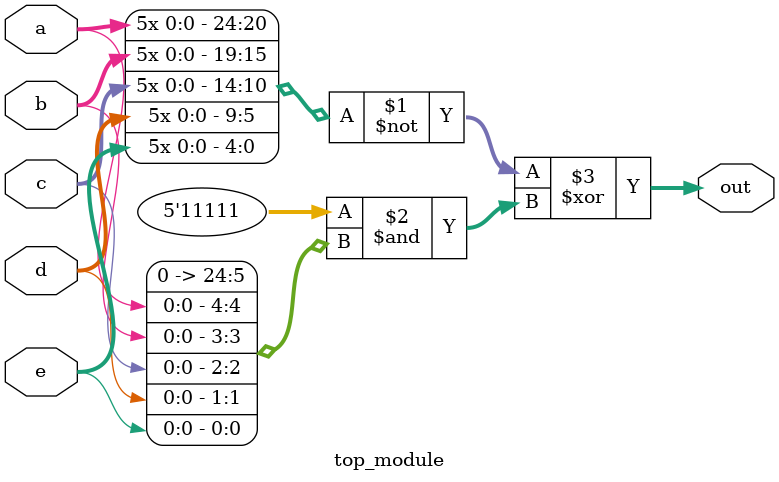
<source format=sv>
module top_module (
    input a,
    input b,
    input c,
    input d,
    input e,
    output [24:0] out
);
	
	assign out = (~{{5{a}}, {5{b}}, {5{c}}, {5{d}}, {5{e}}}) ^ (5'b11111 & {a, b, c, d, e});
	
endmodule

</source>
